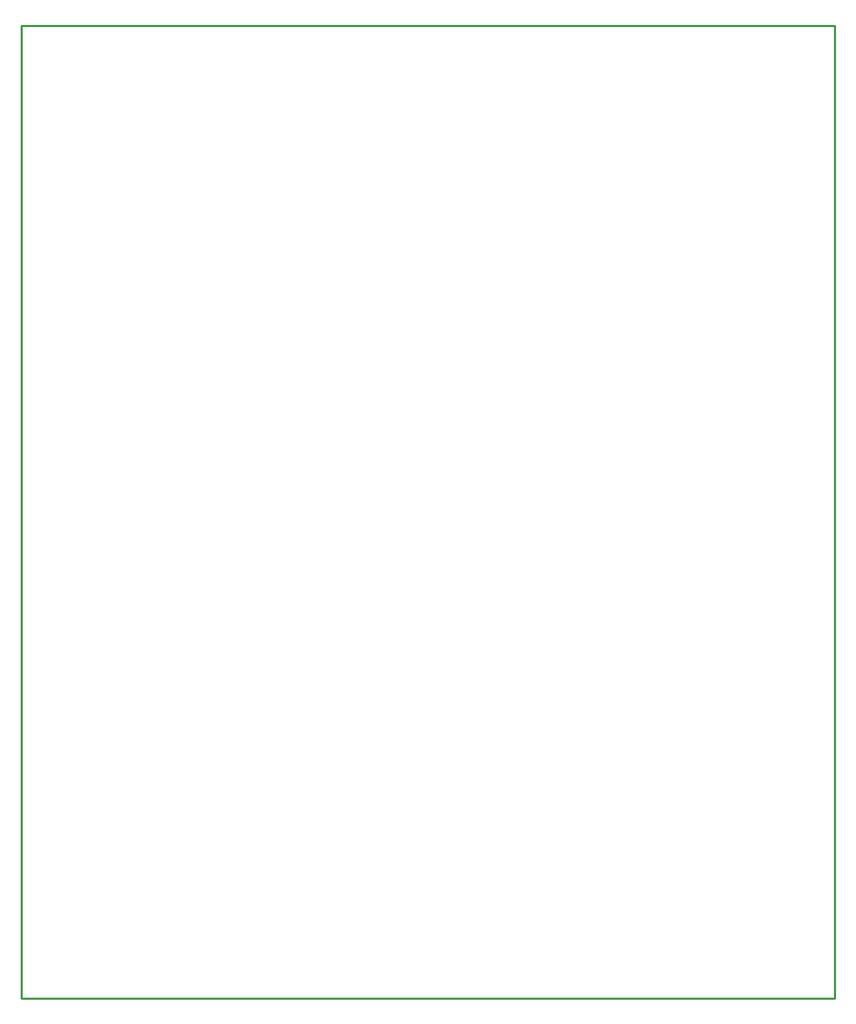
<source format=gbr>
G04 start of page 5 for group 6 idx 6 *
G04 Title: SFT-HW-0023, outline *
G04 Creator: pcb 20110918 *
G04 CreationDate: Fri 17 Apr 2015 10:20:39 PM GMT UTC *
G04 For: tgack *
G04 Format: Gerber/RS-274X *
G04 PCB-Dimensions: 380630 455118 *
G04 PCB-Coordinate-Origin: lower left *
%MOIN*%
%FSLAX25Y25*%
%LNOUTLINE*%
%ADD62C,0.0100*%
G54D62*X0Y455118D02*X380709D01*
Y0D01*
X0D01*
Y455118D01*
M02*

</source>
